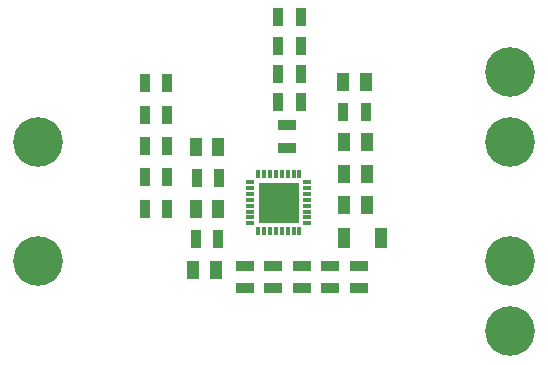
<source format=gbs>
G04*
G04 #@! TF.GenerationSoftware,Altium Limited,Altium Designer,22.5.1 (42)*
G04*
G04 Layer_Color=16711935*
%FSLAX44Y44*%
%MOMM*%
G71*
G04*
G04 #@! TF.SameCoordinates,E804C49B-AF08-44B7-9E18-E1C260B47F38*
G04*
G04*
G04 #@! TF.FilePolarity,Negative*
G04*
G01*
G75*
%ADD22C,4.2032*%
%ADD38R,1.1032X1.5032*%
%ADD39R,1.1032X1.8032*%
%ADD40R,0.9032X1.5032*%
%ADD41R,1.5032X0.9032*%
%ADD42R,0.3316X0.7016*%
%ADD43R,0.7016X0.3316*%
%ADD44R,3.4016X3.4016*%
D22*
X450000Y300000D02*
D03*
Y200000D02*
D03*
Y360000D02*
D03*
Y140000D02*
D03*
X50000Y200000D02*
D03*
Y300000D02*
D03*
D38*
X308500Y351000D02*
D03*
X327500D02*
D03*
X309500Y273333D02*
D03*
X328500D02*
D03*
X183500Y296000D02*
D03*
X202500D02*
D03*
X181500Y192000D02*
D03*
X200500D02*
D03*
X309500Y300000D02*
D03*
X328500D02*
D03*
X202500Y244000D02*
D03*
X183500D02*
D03*
X309500Y246667D02*
D03*
X328500D02*
D03*
D39*
X309500Y219000D02*
D03*
X340500D02*
D03*
D40*
X253500Y406000D02*
D03*
X272500D02*
D03*
X272500Y358000D02*
D03*
X253500D02*
D03*
X272500Y382000D02*
D03*
X253500D02*
D03*
X272500Y334000D02*
D03*
X253500D02*
D03*
X140500Y323500D02*
D03*
X159500D02*
D03*
X140500Y350000D02*
D03*
X159500D02*
D03*
X308500Y326000D02*
D03*
X327500D02*
D03*
X184500Y270000D02*
D03*
X203500D02*
D03*
X183500Y218000D02*
D03*
X202500D02*
D03*
X159500Y270500D02*
D03*
X140500D02*
D03*
X159500Y297000D02*
D03*
X140500D02*
D03*
X159500Y244000D02*
D03*
X140500D02*
D03*
D41*
X322000Y195500D02*
D03*
Y176500D02*
D03*
X273500D02*
D03*
Y195500D02*
D03*
X297750Y176500D02*
D03*
Y195500D02*
D03*
X225000Y176500D02*
D03*
Y195500D02*
D03*
X249250Y195500D02*
D03*
Y176500D02*
D03*
X261000Y295500D02*
D03*
Y314500D02*
D03*
D42*
X271500Y225000D02*
D03*
X241500Y273000D02*
D03*
Y225000D02*
D03*
X271500Y273000D02*
D03*
X251500D02*
D03*
X246500D02*
D03*
X251500Y225000D02*
D03*
X236500Y273000D02*
D03*
Y225000D02*
D03*
X256500D02*
D03*
X266500Y273000D02*
D03*
X261500Y225000D02*
D03*
X246500D02*
D03*
X266500D02*
D03*
X261500Y273000D02*
D03*
X256500D02*
D03*
D43*
X230000Y266500D02*
D03*
Y231500D02*
D03*
Y261500D02*
D03*
Y236500D02*
D03*
X278000Y251500D02*
D03*
Y246500D02*
D03*
Y241500D02*
D03*
Y266500D02*
D03*
X230000Y246500D02*
D03*
X278000Y256500D02*
D03*
Y261500D02*
D03*
X230000Y241500D02*
D03*
X278000Y236500D02*
D03*
Y231500D02*
D03*
X230000Y251500D02*
D03*
Y256500D02*
D03*
D44*
X254000Y249000D02*
D03*
M02*

</source>
